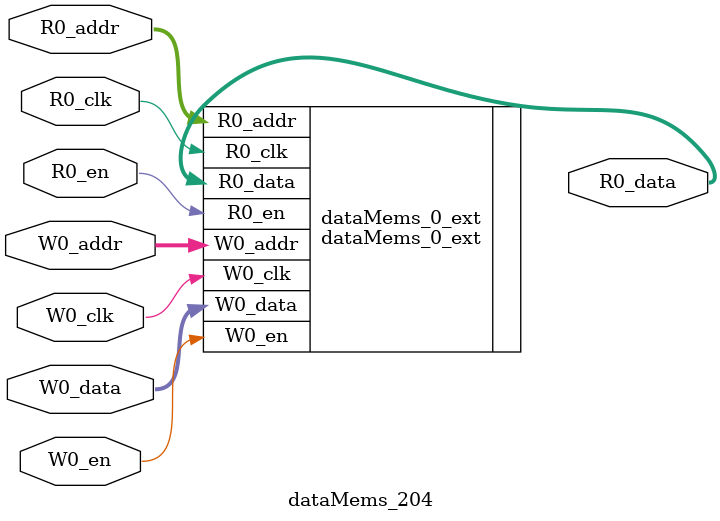
<source format=sv>
`ifndef RANDOMIZE
  `ifdef RANDOMIZE_REG_INIT
    `define RANDOMIZE
  `endif // RANDOMIZE_REG_INIT
`endif // not def RANDOMIZE
`ifndef RANDOMIZE
  `ifdef RANDOMIZE_MEM_INIT
    `define RANDOMIZE
  `endif // RANDOMIZE_MEM_INIT
`endif // not def RANDOMIZE

`ifndef RANDOM
  `define RANDOM $random
`endif // not def RANDOM

// Users can define 'PRINTF_COND' to add an extra gate to prints.
`ifndef PRINTF_COND_
  `ifdef PRINTF_COND
    `define PRINTF_COND_ (`PRINTF_COND)
  `else  // PRINTF_COND
    `define PRINTF_COND_ 1
  `endif // PRINTF_COND
`endif // not def PRINTF_COND_

// Users can define 'ASSERT_VERBOSE_COND' to add an extra gate to assert error printing.
`ifndef ASSERT_VERBOSE_COND_
  `ifdef ASSERT_VERBOSE_COND
    `define ASSERT_VERBOSE_COND_ (`ASSERT_VERBOSE_COND)
  `else  // ASSERT_VERBOSE_COND
    `define ASSERT_VERBOSE_COND_ 1
  `endif // ASSERT_VERBOSE_COND
`endif // not def ASSERT_VERBOSE_COND_

// Users can define 'STOP_COND' to add an extra gate to stop conditions.
`ifndef STOP_COND_
  `ifdef STOP_COND
    `define STOP_COND_ (`STOP_COND)
  `else  // STOP_COND
    `define STOP_COND_ 1
  `endif // STOP_COND
`endif // not def STOP_COND_

// Users can define INIT_RANDOM as general code that gets injected into the
// initializer block for modules with registers.
`ifndef INIT_RANDOM
  `define INIT_RANDOM
`endif // not def INIT_RANDOM

// If using random initialization, you can also define RANDOMIZE_DELAY to
// customize the delay used, otherwise 0.002 is used.
`ifndef RANDOMIZE_DELAY
  `define RANDOMIZE_DELAY 0.002
`endif // not def RANDOMIZE_DELAY

// Define INIT_RANDOM_PROLOG_ for use in our modules below.
`ifndef INIT_RANDOM_PROLOG_
  `ifdef RANDOMIZE
    `ifdef VERILATOR
      `define INIT_RANDOM_PROLOG_ `INIT_RANDOM
    `else  // VERILATOR
      `define INIT_RANDOM_PROLOG_ `INIT_RANDOM #`RANDOMIZE_DELAY begin end
    `endif // VERILATOR
  `else  // RANDOMIZE
    `define INIT_RANDOM_PROLOG_
  `endif // RANDOMIZE
`endif // not def INIT_RANDOM_PROLOG_

// Include register initializers in init blocks unless synthesis is set
`ifndef SYNTHESIS
  `ifndef ENABLE_INITIAL_REG_
    `define ENABLE_INITIAL_REG_
  `endif // not def ENABLE_INITIAL_REG_
`endif // not def SYNTHESIS

// Include rmemory initializers in init blocks unless synthesis is set
`ifndef SYNTHESIS
  `ifndef ENABLE_INITIAL_MEM_
    `define ENABLE_INITIAL_MEM_
  `endif // not def ENABLE_INITIAL_MEM_
`endif // not def SYNTHESIS

module dataMems_204(	// @[generators/ara/src/main/scala/UnsafeAXI4ToTL.scala:365:62]
  input  [4:0]  R0_addr,
  input         R0_en,
  input         R0_clk,
  output [66:0] R0_data,
  input  [4:0]  W0_addr,
  input         W0_en,
  input         W0_clk,
  input  [66:0] W0_data
);

  dataMems_0_ext dataMems_0_ext (	// @[generators/ara/src/main/scala/UnsafeAXI4ToTL.scala:365:62]
    .R0_addr (R0_addr),
    .R0_en   (R0_en),
    .R0_clk  (R0_clk),
    .R0_data (R0_data),
    .W0_addr (W0_addr),
    .W0_en   (W0_en),
    .W0_clk  (W0_clk),
    .W0_data (W0_data)
  );
endmodule


</source>
